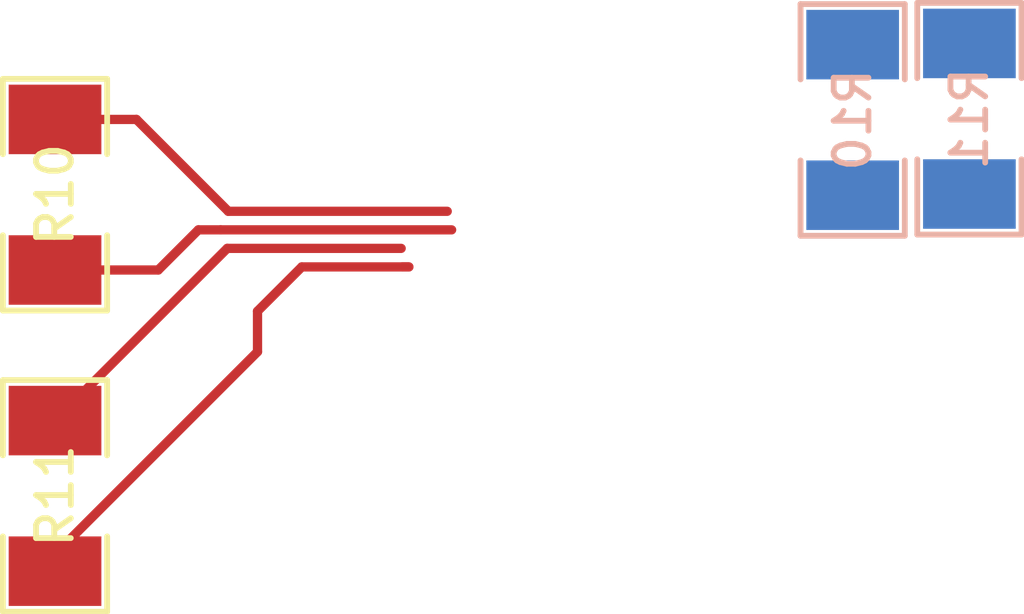
<source format=kicad_pcb>
(kicad_pcb (version 20200628) (host pcbnew "(5.99.0-2386-g51f3b0bf76-dirty)")

  (general
    (thickness 1.6002)
    (drawings 0)
    (tracks 15)
    (modules 4)
    (nets 5)
  )

  (paper "A3")
  (title_block
    (title "KiCad demo")
    (date "2015-10-14")
    (rev "1.A")
  )

  (layers
    (0 "Composant" signal)
    (1 "GND_layer" signal)
    (2 "VCC_layer" signal)
    (31 "Cuivre" signal)
    (32 "B.Adhes" user)
    (33 "F.Adhes" user)
    (34 "B.Paste" user)
    (35 "F.Paste" user)
    (36 "B.SilkS" user)
    (37 "F.SilkS" user)
    (38 "B.Mask" user)
    (39 "F.Mask" user)
    (40 "Dwgs.User" user)
    (41 "Cmts.User" user)
    (42 "Eco1.User" user)
    (43 "Eco2.User" user)
    (44 "Edge.Cuts" user)
    (45 "Margin" user)
    (46 "B.CrtYd" user)
    (47 "F.CrtYd" user)
  )

  (setup
    (aux_axis_origin 40.9 173.1)
    (pcbplotparams
      (layerselection 0x010fc_80000007)
      (usegerberextensions false)
      (usegerberattributes true)
      (usegerberadvancedattributes true)
      (creategerberjobfile true)
      (svguseinch false)
      (svgprecision 6)
      (excludeedgelayer false)
      (linewidth 0.100000)
      (plotframeref false)
      (viasonmask false)
      (mode 1)
      (useauxorigin true)
      (hpglpennumber 1)
      (hpglpenspeed 20)
      (hpglpendiameter 15.000000)
      (psnegative false)
      (psa4output false)
      (plotreference true)
      (plotvalue true)
      (plotinvisibletext false)
      (sketchpadsonfab false)
      (subtractmaskfromsilk false)
      (outputformat 1)
      (mirror false)
      (drillshape 0)
      (scaleselection 1)
      (outputdirectory "plots")
    )
  )

  (net 0 "")
  (net 1 "Net-(C48-Pad2)")
  (net 2 "Net-(L6-Pad1)")
  (net 3 "Net-(L6-Pad2)")
  (net 4 "Net-(R10-Pad2)")

  (module "lib_smd:SM1206" (layer "Cuivre") (tedit 54019107) (tstamp cf6d41b6-be24-4142-a50b-7bf0419214d3)
    (at 77.31 42.02 90)
    (path "/00000000-0000-0000-0000-00004bf0367f/00000000-0000-0000-0000-000022760fbc")
    (attr smd)
    (fp_text reference "R11" (at 0 0 -90) (layer "B.SilkS")
      (effects (font (size 0.762 0.762) (thickness 0.127)) (justify mirror))
    )
    (fp_text value "1K" (at 0 0 -90) (layer "B.SilkS") hide
      (effects (font (size 0.762 0.762) (thickness 0.127)) (justify mirror))
    )
    (fp_line (start -0.889 1.143) (end -2.54 1.143) (layer "B.SilkS") (width 0.127))
    (fp_line (start 2.54 -1.143) (end 0.889 -1.143) (layer "B.SilkS") (width 0.127))
    (fp_line (start 2.54 1.143) (end 2.54 -1.143) (layer "B.SilkS") (width 0.127))
    (fp_line (start 0.889 1.143) (end 2.54 1.143) (layer "B.SilkS") (width 0.127))
    (fp_line (start -2.54 -1.143) (end -0.889 -1.143) (layer "B.SilkS") (width 0.127))
    (fp_line (start -2.54 1.143) (end -2.54 -1.143) (layer "B.SilkS") (width 0.127))
    (pad "2" smd rect (at 1.651 0 90) (size 1.524 2.032) (layers "Cuivre" "B.Paste" "B.Mask")
      (net 1 "Net-(C48-Pad2)") (tstamp 11cb9d3f-10e3-41e4-b53f-517fc40917f8))
    (pad "1" smd rect (at -1.651 0 90) (size 1.524 2.032) (layers "Cuivre" "B.Paste" "B.Mask")
      (net 3 "Net-(L6-Pad2)") (tstamp aa67310d-5884-4d05-8dcf-bf41060498ff))
    (model "SMD_Packages.3dshapes/SMD-1206.wrl"
      (at (xyz 0 0 0))
      (scale (xyz 0.17 0.16 0.16))
      (rotate (xyz 0 0 0))
    )
  )

  (module "lib_smd:SM1206" (layer "Cuivre") (tedit 54019107) (tstamp 7878478d-dbff-4e07-9acb-bbb7715fff75)
    (at 74.75 42.046 -90)
    (path "/00000000-0000-0000-0000-00004bf0367f/00000000-0000-0000-0000-000022760f80")
    (attr smd)
    (fp_text reference "R10" (at 0 0 -270) (layer "B.SilkS")
      (effects (font (size 0.762 0.762) (thickness 0.127)) (justify mirror))
    )
    (fp_text value "1K" (at 0 0 -270) (layer "B.SilkS") hide
      (effects (font (size 0.762 0.762) (thickness 0.127)) (justify mirror))
    )
    (fp_line (start -0.889 1.143) (end -2.54 1.143) (layer "B.SilkS") (width 0.127))
    (fp_line (start 2.54 -1.143) (end 0.889 -1.143) (layer "B.SilkS") (width 0.127))
    (fp_line (start 2.54 1.143) (end 2.54 -1.143) (layer "B.SilkS") (width 0.127))
    (fp_line (start 0.889 1.143) (end 2.54 1.143) (layer "B.SilkS") (width 0.127))
    (fp_line (start -2.54 -1.143) (end -0.889 -1.143) (layer "B.SilkS") (width 0.127))
    (fp_line (start -2.54 1.143) (end -2.54 -1.143) (layer "B.SilkS") (width 0.127))
    (pad "2" smd rect (at 1.651 0 270) (size 1.524 2.032) (layers "Cuivre" "B.Paste" "B.Mask")
      (net 4 "Net-(R10-Pad2)") (tstamp b1cfb053-add6-4c39-a602-ee8cec92ed6d))
    (pad "1" smd rect (at -1.651 0 270) (size 1.524 2.032) (layers "Cuivre" "B.Paste" "B.Mask")
      (net 2 "Net-(L6-Pad1)") (tstamp d85d64ec-0c45-4808-b66c-a6e95250cd7d))
    (model "SMD_Packages.3dshapes/SMD-1206.wrl"
      (at (xyz 0 0 0))
      (scale (xyz 0.17 0.16 0.16))
      (rotate (xyz 0 0 0))
    )
  )

  (module "lib_smd:SM1206" (layer "Composant") (tedit 54019107) (tstamp 00000000-0000-0000-0000-00005402cf81)
    (at 57.26 43.686 90)
    (path "/00000000-0000-0000-0000-00004bf0367f/00000000-0000-0000-0000-000022760f80")
    (attr smd)
    (fp_text reference "R10" (at 0 0 270) (layer "F.SilkS")
      (effects (font (size 0.762 0.762) (thickness 0.127)))
    )
    (fp_text value "1K" (at 0 0 270) (layer "F.SilkS") hide
      (effects (font (size 0.762 0.762) (thickness 0.127)))
    )
    (fp_line (start -2.54 -1.143) (end -2.54 1.143) (layer "F.SilkS") (width 0.127))
    (fp_line (start -2.54 1.143) (end -0.889 1.143) (layer "F.SilkS") (width 0.127))
    (fp_line (start 0.889 -1.143) (end 2.54 -1.143) (layer "F.SilkS") (width 0.127))
    (fp_line (start 2.54 -1.143) (end 2.54 1.143) (layer "F.SilkS") (width 0.127))
    (fp_line (start 2.54 1.143) (end 0.889 1.143) (layer "F.SilkS") (width 0.127))
    (fp_line (start -0.889 -1.143) (end -2.54 -1.143) (layer "F.SilkS") (width 0.127))
    (pad "1" smd rect (at -1.651 0 90) (size 1.524 2.032) (layers "Composant" "F.Paste" "F.Mask")
      (net 2 "Net-(L6-Pad1)") (tstamp d85d64ec-0c45-4808-b66c-a6e95250cd7d))
    (pad "2" smd rect (at 1.651 0 90) (size 1.524 2.032) (layers "Composant" "F.Paste" "F.Mask")
      (net 4 "Net-(R10-Pad2)") (tstamp b1cfb053-add6-4c39-a602-ee8cec92ed6d))
    (model "SMD_Packages.3dshapes/SMD-1206.wrl"
      (at (xyz 0 0 0))
      (scale (xyz 0.17 0.16 0.16))
      (rotate (xyz 0 0 0))
    )
  )

  (module "lib_smd:SM1206" (layer "Composant") (tedit 54019107) (tstamp 00000000-0000-0000-0000-00005402cf8c)
    (at 57.26 50.29 -90)
    (path "/00000000-0000-0000-0000-00004bf0367f/00000000-0000-0000-0000-000022760fbc")
    (attr smd)
    (fp_text reference "R11" (at 0 0 90) (layer "F.SilkS")
      (effects (font (size 0.762 0.762) (thickness 0.127)))
    )
    (fp_text value "1K" (at 0 0 90) (layer "F.SilkS") hide
      (effects (font (size 0.762 0.762) (thickness 0.127)))
    )
    (fp_line (start -2.54 -1.143) (end -2.54 1.143) (layer "F.SilkS") (width 0.127))
    (fp_line (start -2.54 1.143) (end -0.889 1.143) (layer "F.SilkS") (width 0.127))
    (fp_line (start 0.889 -1.143) (end 2.54 -1.143) (layer "F.SilkS") (width 0.127))
    (fp_line (start 2.54 -1.143) (end 2.54 1.143) (layer "F.SilkS") (width 0.127))
    (fp_line (start 2.54 1.143) (end 0.889 1.143) (layer "F.SilkS") (width 0.127))
    (fp_line (start -0.889 -1.143) (end -2.54 -1.143) (layer "F.SilkS") (width 0.127))
    (pad "1" smd rect (at -1.651 0 270) (size 1.524 2.032) (layers "Composant" "F.Paste" "F.Mask")
      (net 3 "Net-(L6-Pad2)") (tstamp aa67310d-5884-4d05-8dcf-bf41060498ff))
    (pad "2" smd rect (at 1.651 0 270) (size 1.524 2.032) (layers "Composant" "F.Paste" "F.Mask")
      (net 1 "Net-(C48-Pad2)") (tstamp 11cb9d3f-10e3-41e4-b53f-517fc40917f8))
    (model "SMD_Packages.3dshapes/SMD-1206.wrl"
      (at (xyz 0 0 0))
      (scale (xyz 0.17 0.16 0.16))
      (rotate (xyz 0 0 0))
    )
  )

  (segment (start 57.26 51.57) (end 61.7 47.13) (width 0.2032) (layer "Composant") (net 1) (tstamp f694334e-a9e7-4d5c-a90b-b15a26d06084))
  (segment (start 61.7 47.13) (end 61.7 46.24) (width 0.2032) (layer "Composant") (net 1) (tstamp 2911a49d-d9ac-4dad-8965-d7abcbd48932))
  (segment (start 61.7 46.24) (end 62.67077 45.26923) (width 0.2032) (layer "Composant") (net 1) (tstamp 78574693-36f7-41c3-8372-1beb483f4919))
  (segment (start 62.67077 45.26923) (end 65.01834 45.26923) (width 0.2032) (layer "Composant") (net 1) (tstamp 5223ac82-4207-4e56-8f80-fc8163229ff2))
  (segment (start 57.26 51.941) (end 57.26 51.57) (width 0.2032) (layer "Composant") (net 1) (tstamp 8a8d348d-69c0-4919-a6e5-75f8709b0d4b))
  (segment (start 65.01834 45.26923) (end 64.87 45.26923) (width 0.2032) (layer "Composant") (net 1) (tstamp f3f895af-921c-4405-9d2c-a994ff46a36e))
  (segment (start 61.03618 44.86282) (end 64.85 44.86282) (width 0.2032) (layer "Composant") (net 3) (tstamp eac47d05-6561-4d3b-88a5-073ca5967b09))
  (segment (start 57.26 48.639) (end 61.03618 44.86282) (width 0.2032) (layer "Composant") (net 3) (tstamp 18e8fb07-1048-4440-81bf-85c3063dee17))
  (segment (start 60.89166 44.45641) (end 65.95641 44.45641) (width 0.2032) (layer "Composant") (net 2) (tstamp efec1be9-cdeb-40da-a27f-a503d55d30a2))
  (segment (start 60.40359 44.45641) (end 60.89166 44.45641) (width 0.2032) (layer "Composant") (net 2) (tstamp 8e2d1065-302e-482f-81b6-3d31d0643e24))
  (segment (start 59.523 45.337) (end 60.40359 44.45641) (width 0.2032) (layer "Composant") (net 2) (tstamp c954b2e0-51d2-4950-8f2a-7143adff5865))
  (segment (start 57.26 45.337) (end 59.523 45.337) (width 0.2032) (layer "Composant") (net 2) (tstamp ef9660dc-199b-4386-8c7f-92cec3d85773))
  (segment (start 57.26 42.035) (end 59.045 42.035) (width 0.2032) (layer "Composant") (net 4) (tstamp 75276ab2-082f-49bf-89bf-cb2785abb992))
  (segment (start 59.045 42.035) (end 61.06 44.05) (width 0.2032) (layer "Composant") (net 4) (tstamp 6d7d1289-6535-423f-a199-f228105c6d91))
  (segment (start 61.06 44.05) (end 65.86 44.05) (width 0.2032) (layer "Composant") (net 4) (tstamp 84f97f24-934c-4869-a0a5-9b902def1b2b))

)

</source>
